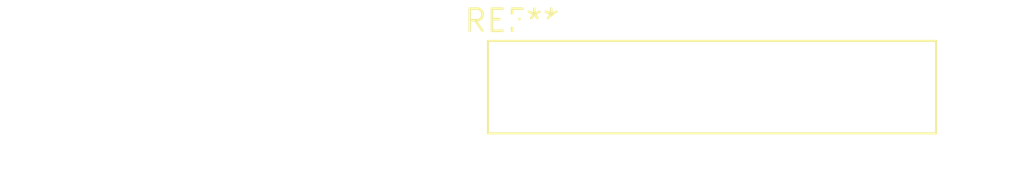
<source format=kicad_pcb>
(kicad_pcb (version 20240108) (generator pcbnew)
  (layers (0 "F.Cu" signal) (31 "B.Cu" signal) (34 "B.Paste" user) (35 "F.Paste" user) (36 "B.SilkS" user "B.Silkscreen") (37 "F.SilkS" user "F.Silkscreen") (38 "B.Mask" user) (39 "F.Mask" user) (44 "Edge.Cuts" user))
  (net 0 "")
  (footprint "Samtec_HLE-110-02-xx-DV-PE_2x10_P2.54mm_Horizontal" (layer "F.Cu") (at 0 0)
    (property "Reference" "REF**")
    (property "Value" "Samtec_HLE-110-02-xx-DV-PE_2x10_P2.54mm_Horizontal")
    (fp_line (start -1.38 1.16) (end 24.24 1.16) (layer "F.SilkS") (stroke (width 0.12)))
    (fp_line (start -1.38 6.46) (end -1.38 1.16) (layer "F.SilkS") (stroke (width 0.12)))
    (fp_line (start 24.24 1.16) (end 24.24 6.46) (layer "F.SilkS") (stroke (width 0.12)))
    (fp_line (start 24.24 6.46) (end -1.38 6.46) (layer "F.SilkS") (stroke (width 0.12)))
    (pad "" np_thru_hole circle (at 0 2.54) (size 1.4 1.4) (drill 1.4) (layers *.Cu *.Mask))
    (pad "" np_thru_hole circle (at 0 5.08) (size 1.4 1.4) (drill 1.4) (layers *.Cu *.Mask))
    (pad "" np_thru_hole circle (at 2.54 2.54) (size 1.4 1.4) (drill 1.4) (layers *.Cu *.Mask))
    (pad "" np_thru_hole circle (at 2.54 5.08) (size 1.4 1.4) (drill 1.4) (layers *.Cu *.Mask))
    (pad "" np_thru_hole circle (at 5.08 2.54) (size 1.4 1.4) (drill 1.4) (layers *.Cu *.Mask))
    (pad "" np_thru_hole circle (at 5.08 5.08) (size 1.4 1.4) (drill 1.4) (layers *.Cu *.Mask))
    (pad "" np_thru_hole circle (at 7.62 2.54) (size 1.4 1.4) (drill 1.4) (layers *.Cu *.Mask))
    (pad "" np_thru_hole circle (at 7.62 5.08) (size 1.4 1.4) (drill 1.4) (layers *.Cu *.Mask))
    (pad "" np_thru_hole circle (at 10.16 2.54) (size 1.4 1.4) (drill 1.4) (layers *.Cu *.Mask))
    (pad "" np_thru_hole circle (at 10.16 5.08) (size 1.4 1.4) (drill 1.4) (layers *.Cu *.Mask))
    (pad "" np_thru_hole circle (at 12.7 2.54) (size 1.4 1.4) (drill 1.4) (layers *.Cu *.Mask))
    (pad "" np_thru_hole circle (at 12.7 5.08) (size 1.4 1.4) (drill 1.4) (layers *.Cu *.Mask))
    (pad "" np_thru_hole circle (at 15.24 2.54) (size 1.4 1.4) (drill 1.4) (layers *.Cu *.Mask))
    (pad "" np_thru_hole circle (at 15.24 5.08) (size 1.4 1.4) (drill 1.4) (layers *.Cu *.Mask))
    (pad "" np_thru_hole circle (at 17.78 2.54) (size 1.4 1.4) (drill 1.4) (layers *.Cu *.Mask))
    (pad "" np_thru_hole circle (at 17.78 5.08) (size 1.4 1.4) (drill 1.4) (layers *.Cu *.Mask))
    (pad "" np_thru_hole circle (at 20.32 2.54) (size 1.4 1.4) (drill 1.4) (layers *.Cu *.Mask))
    (pad "" np_thru_hole circle (at 20.32 5.08) (size 1.4 1.4) (drill 1.4) (layers *.Cu *.Mask))
    (pad "" np_thru_hole circle (at 22.86 2.54) (size 1.4 1.4) (drill 1.4) (layers *.Cu *.Mask))
    (pad "" np_thru_hole circle (at 22.86 5.08) (size 1.4 1.4) (drill 1.4) (layers *.Cu *.Mask))
    (pad "1" thru_hole roundrect (at 0 0) (size 1.31 1.31) (drill 0.71) (layers *.Cu *.Mask) (remove_unused_layers) (roundrect_rratio 0.19084))
    (pad "2" thru_hole circle (at 0 7.62) (size 1.31 1.31) (drill 0.71) (layers *.Cu *.Mask) (remove_unused_layers))
    (pad "3" thru_hole circle (at 2.54 0) (size 1.31 1.31) (drill 0.71) (layers *.Cu *.Mask) (remove_unused_layers))
    (pad "4" thru_hole circle (at 2.54 7.62) (size 1.31 1.31) (drill 0.71) (layers *.Cu *.Mask) (remove_unused_layers))
    (pad "5" thru_hole circle (at 5.08 0) (size 1.31 1.31) (drill 0.71) (layers *.Cu *.Mask) (remove_unused_layers))
    (pad "6" thru_hole circle (at 5.08 7.62) (size 1.31 1.31) (drill 0.71) (layers *.Cu *.Mask) (remove_unused_layers))
    (pad "7" thru_hole circle (at 7.62 0) (size 1.31 1.31) (drill 0.71) (layers *.Cu *.Mask) (remove_unused_layers))
    (pad "8" thru_hole circle (at 7.62 7.62) (size 1.31 1.31) (drill 0.71) (layers *.Cu *.Mask) (remove_unused_layers))
    (pad "9" thru_hole circle (at 10.16 0) (size 1.31 1.31) (drill 0.71) (layers *.Cu *.Mask) (remove_unused_layers))
    (pad "10" thru_hole circle (at 10.16 7.62) (size 1.31 1.31) (drill 0.71) (layers *.Cu *.Mask) (remove_unused_layers))
    (pad "11" thru_hole circle (at 12.7 0) (size 1.31 1.31) (drill 0.71) (layers *.Cu *.Mask) (remove_unused_layers))
    (pad "12" thru_hole circle (at 12.7 7.62) (size 1.31 1.31) (drill 0.71) (layers *.Cu *.Mask) (remove_unused_layers))
    (pad "13" thru_hole circle (at 15.24 0) (size 1.31 1.31) (drill 0.71) (layers *.Cu *.Mask) (remove_unused_layers))
    (pad "14" thru_hole circle (at 15.24 7.62) (size 1.31 1.31) (drill 0.71) (layers *.Cu *.Mask) (remove_unused_layers))
    (pad "15" thru_hole circle (at 17.78 0) (size 1.31 1.31) (drill 0.71) (layers *.Cu *.Mask) (remove_unused_layers))
    (pad "16" thru_hole circle (at 17.78 7.62) (size 1.31 1.31) (drill 0.71) (layers *.Cu *.Mask) (remove_unused_layers))
    (pad "17" thru_hole circle (at 20.32 0) (size 1.31 1.31) (drill 0.71) (layers *.Cu *.Mask) (remove_unused_layers))
    (pad "18" thru_hole circle (at 20.32 7.62) (size 1.31 1.31) (drill 0.71) (layers *.Cu *.Mask) (remove_unused_layers))
    (pad "19" thru_hole circle (at 22.86 0) (size 1.31 1.31) (drill 0.71) (layers *.Cu *.Mask) (remove_unused_layers))
    (pad "20" thru_hole circle (at 22.86 7.62) (size 1.31 1.31) (drill 0.71) (layers *.Cu *.Mask) (remove_unused_layers))
  )
)
</source>
